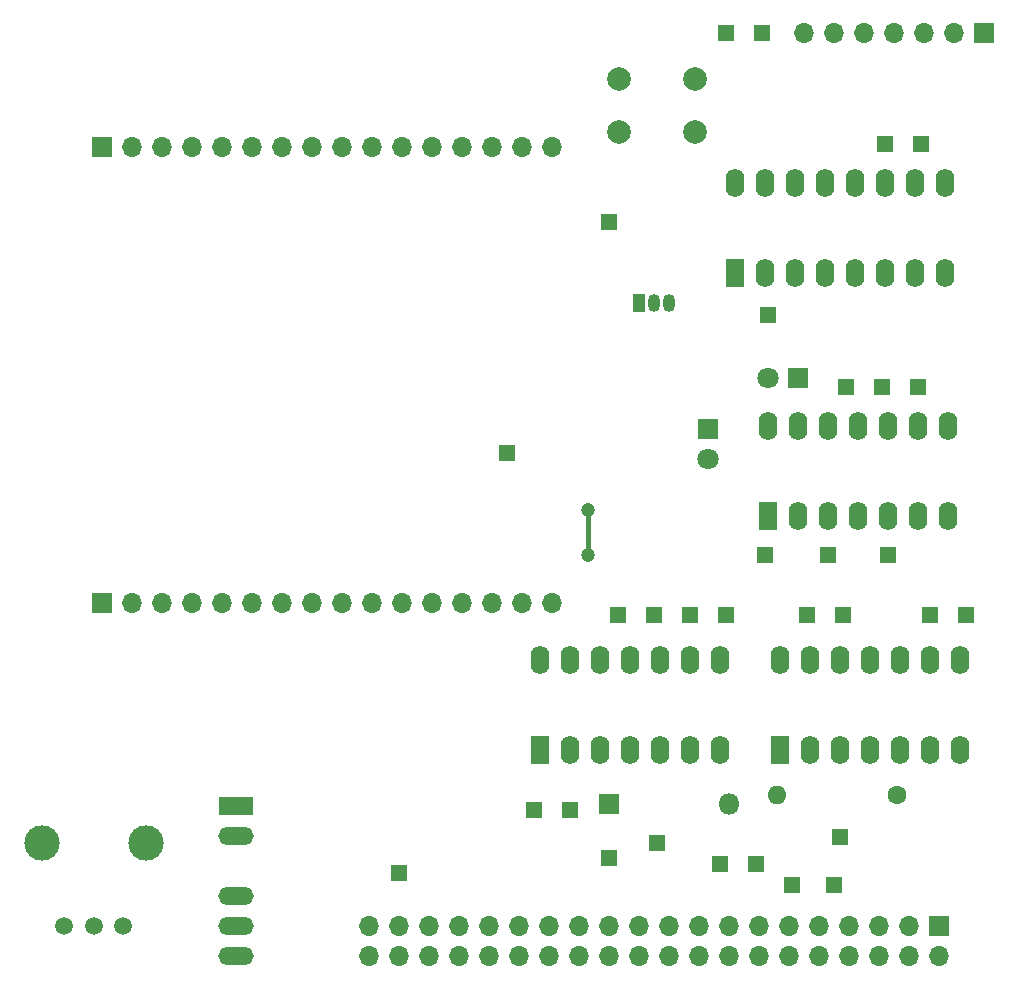
<source format=gbr>
%TF.GenerationSoftware,KiCad,Pcbnew,7.0.10-7.0.10~ubuntu20.04.1*%
%TF.CreationDate,2024-01-09T21:32:10+01:00*%
%TF.ProjectId,Unicomp_LCD_Board,556e6963-6f6d-4705-9f4c-43445f426f61,rev?*%
%TF.SameCoordinates,Original*%
%TF.FileFunction,Copper,L1,Top*%
%TF.FilePolarity,Positive*%
%FSLAX46Y46*%
G04 Gerber Fmt 4.6, Leading zero omitted, Abs format (unit mm)*
G04 Created by KiCad (PCBNEW 7.0.10-7.0.10~ubuntu20.04.1) date 2024-01-09 21:32:10*
%MOMM*%
%LPD*%
G01*
G04 APERTURE LIST*
%TA.AperFunction,ComponentPad*%
%ADD10R,1.700000X1.700000*%
%TD*%
%TA.AperFunction,ComponentPad*%
%ADD11O,1.700000X1.700000*%
%TD*%
%TA.AperFunction,ComponentPad*%
%ADD12R,1.350000X1.350000*%
%TD*%
%TA.AperFunction,ComponentPad*%
%ADD13C,1.600000*%
%TD*%
%TA.AperFunction,ComponentPad*%
%ADD14O,1.600000X1.600000*%
%TD*%
%TA.AperFunction,ComponentPad*%
%ADD15R,1.600000X2.400000*%
%TD*%
%TA.AperFunction,ComponentPad*%
%ADD16O,1.600000X2.400000*%
%TD*%
%TA.AperFunction,ComponentPad*%
%ADD17R,1.800000X1.800000*%
%TD*%
%TA.AperFunction,ComponentPad*%
%ADD18C,1.800000*%
%TD*%
%TA.AperFunction,ComponentPad*%
%ADD19R,3.000000X1.500000*%
%TD*%
%TA.AperFunction,ComponentPad*%
%ADD20O,3.000000X1.500000*%
%TD*%
%TA.AperFunction,ComponentPad*%
%ADD21C,3.000000*%
%TD*%
%TA.AperFunction,ComponentPad*%
%ADD22C,1.500000*%
%TD*%
%TA.AperFunction,ComponentPad*%
%ADD23C,2.000000*%
%TD*%
%TA.AperFunction,ComponentPad*%
%ADD24R,1.050000X1.500000*%
%TD*%
%TA.AperFunction,ComponentPad*%
%ADD25O,1.050000X1.500000*%
%TD*%
%TA.AperFunction,ComponentPad*%
%ADD26O,1.800000X1.800000*%
%TD*%
%TA.AperFunction,ViaPad*%
%ADD27C,1.200000*%
%TD*%
%TA.AperFunction,Conductor*%
%ADD28C,0.400000*%
%TD*%
G04 APERTURE END LIST*
D10*
%TO.P,U7,1,VSS*%
%TO.N,GND*%
X79756000Y-72644000D03*
D11*
%TO.P,U7,2,VDD*%
%TO.N,/VLDC*%
X82296000Y-72644000D03*
%TO.P,U7,3,VO*%
%TO.N,/LCD_Vo*%
X84836000Y-72644000D03*
%TO.P,U7,4,RS*%
%TO.N,/A0*%
X87376000Y-72644000D03*
%TO.P,U7,5,R/W*%
%TO.N,/R{slash}~{W}_e*%
X89916000Y-72644000D03*
%TO.P,U7,6,E*%
%TO.N,/~{LCDE}*%
X92456000Y-72644000D03*
%TO.P,U7,7,DB0*%
%TO.N,/D0*%
X94996000Y-72644000D03*
%TO.P,U7,8,DB1*%
%TO.N,/D1*%
X97536000Y-72644000D03*
%TO.P,U7,9,DB2*%
%TO.N,/D2*%
X100076000Y-72644000D03*
%TO.P,U7,10,DB3*%
%TO.N,/D3*%
X102616000Y-72644000D03*
%TO.P,U7,11,DB4*%
%TO.N,/D4*%
X105156000Y-72644000D03*
%TO.P,U7,12,DB5*%
%TO.N,/D5*%
X107696000Y-72644000D03*
%TO.P,U7,13,DB6*%
%TO.N,/D6*%
X110236000Y-72644000D03*
%TO.P,U7,14,DB7*%
%TO.N,/D7*%
X112776000Y-72644000D03*
%TO.P,U7,15,A*%
%TO.N,GND*%
X115316000Y-72644000D03*
%TO.P,U7,16,K*%
%TO.N,Net-(U1-K)*%
X117856000Y-72644000D03*
%TD*%
D12*
%TO.P,J9,1,Pin_1*%
%TO.N,Net-(J9-Pin_1)*%
X132588000Y-73660000D03*
%TD*%
%TO.P,J30,1,Pin_1*%
%TO.N,Net-(J30-Pin_1)*%
X132588000Y-24384000D03*
%TD*%
%TO.P,J2,1,Pin_1*%
%TO.N,Net-(J2-Pin_1)*%
X142240000Y-92456000D03*
%TD*%
%TO.P,J14,1,Pin_1*%
%TO.N,/A11*%
X138176000Y-96520000D03*
%TD*%
%TO.P,J12,1,Pin_1*%
%TO.N,Net-(J12-Pin_1)*%
X149860000Y-73660000D03*
%TD*%
%TO.P,J16,1,Pin_1*%
%TO.N,/A9*%
X132080000Y-94742000D03*
%TD*%
%TO.P,J28,1,Pin_1*%
%TO.N,Net-(J28-Pin_1)*%
X136144000Y-48260000D03*
%TD*%
D13*
%TO.P,R1,1*%
%TO.N,Net-(R1-Pad1)*%
X147066000Y-88900000D03*
D14*
%TO.P,R1,2*%
%TO.N,Net-(D1-A)*%
X136906000Y-88900000D03*
%TD*%
D12*
%TO.P,J23,1,Pin_1*%
%TO.N,Net-(J23-Pin_1)*%
X139446000Y-73660000D03*
%TD*%
%TO.P,J31,1,Pin_1*%
%TO.N,Net-(J31-Pin_1)*%
X135636000Y-24384000D03*
%TD*%
D10*
%TO.P,J1,1,Pin_1*%
%TO.N,GND*%
X150600000Y-100000000D03*
D11*
%TO.P,J1,2,Pin_2*%
X150600000Y-102540000D03*
%TO.P,J1,3,Pin_3*%
%TO.N,/A19*%
X148060000Y-100000000D03*
%TO.P,J1,4,Pin_4*%
%TO.N,/A18*%
X148060000Y-102540000D03*
%TO.P,J1,5,Pin_5*%
%TO.N,/A17*%
X145520000Y-100000000D03*
%TO.P,J1,6,Pin_6*%
%TO.N,/A16*%
X145520000Y-102540000D03*
%TO.P,J1,7,Pin_7*%
%TO.N,/A15*%
X142980000Y-100000000D03*
%TO.P,J1,8,Pin_8*%
%TO.N,/A14*%
X142980000Y-102540000D03*
%TO.P,J1,9,Pin_9*%
%TO.N,/A13*%
X140440000Y-100000000D03*
%TO.P,J1,10,Pin_10*%
%TO.N,/A12*%
X140440000Y-102540000D03*
%TO.P,J1,11,Pin_11*%
%TO.N,/A11*%
X137900000Y-100000000D03*
%TO.P,J1,12,Pin_12*%
%TO.N,/A10*%
X137900000Y-102540000D03*
%TO.P,J1,13,Pin_13*%
%TO.N,/A9*%
X135360000Y-100000000D03*
%TO.P,J1,14,Pin_14*%
%TO.N,/A8*%
X135360000Y-102540000D03*
%TO.P,J1,15,Pin_15*%
%TO.N,/A7*%
X132820000Y-100000000D03*
%TO.P,J1,16,Pin_16*%
%TO.N,/A6*%
X132820000Y-102540000D03*
%TO.P,J1,17,Pin_17*%
%TO.N,/A5*%
X130280000Y-100000000D03*
%TO.P,J1,18,Pin_18*%
%TO.N,/A4*%
X130280000Y-102540000D03*
%TO.P,J1,19,Pin_19*%
%TO.N,/A3*%
X127740000Y-100000000D03*
%TO.P,J1,20,Pin_20*%
%TO.N,/A2*%
X127740000Y-102540000D03*
%TO.P,J1,21,Pin_21*%
%TO.N,/A1*%
X125200000Y-100000000D03*
%TO.P,J1,22,Pin_22*%
%TO.N,/A0*%
X125200000Y-102540000D03*
%TO.P,J1,23,Pin_23*%
%TO.N,/~{RST}*%
X122660000Y-100000000D03*
%TO.P,J1,24,Pin_24*%
%TO.N,/D7*%
X122660000Y-102540000D03*
%TO.P,J1,25,Pin_25*%
%TO.N,/D6*%
X120120000Y-100000000D03*
%TO.P,J1,26,Pin_26*%
%TO.N,/D5*%
X120120000Y-102540000D03*
%TO.P,J1,27,Pin_27*%
%TO.N,/D4*%
X117580000Y-100000000D03*
%TO.P,J1,28,Pin_28*%
%TO.N,/D3*%
X117580000Y-102540000D03*
%TO.P,J1,29,Pin_29*%
%TO.N,/D2*%
X115040000Y-100000000D03*
%TO.P,J1,30,Pin_30*%
%TO.N,/D1*%
X115040000Y-102540000D03*
%TO.P,J1,31,Pin_31*%
%TO.N,/D0*%
X112500000Y-100000000D03*
%TO.P,J1,32,Pin_32*%
%TO.N,/~{IOWR}*%
X112500000Y-102540000D03*
%TO.P,J1,33,Pin_33*%
%TO.N,/~{MWR}*%
X109960000Y-100000000D03*
%TO.P,J1,34,Pin_34*%
%TO.N,/~{MRD}*%
X109960000Y-102540000D03*
%TO.P,J1,35,Pin_35*%
%TO.N,/R{slash}~{W}_e*%
X107420000Y-100000000D03*
%TO.P,J1,36,Pin_36*%
%TO.N,/~{IORD}*%
X107420000Y-102540000D03*
%TO.P,J1,37,Pin_37*%
%TO.N,/PHI2_e*%
X104880000Y-100000000D03*
%TO.P,J1,38,Pin_38*%
%TO.N,/PHI1_e*%
X104880000Y-102540000D03*
%TO.P,J1,39,Pin_39*%
%TO.N,+5V*%
X102340000Y-100000000D03*
%TO.P,J1,40,Pin_40*%
X102340000Y-102540000D03*
%TD*%
D12*
%TO.P,J7,1,Pin_1*%
%TO.N,Net-(J7-Pin_1)*%
X145796000Y-54356000D03*
%TD*%
%TO.P,J3,1,Pin_1*%
%TO.N,Net-(J3-Pin_1)*%
X126746000Y-92964000D03*
%TD*%
D15*
%TO.P,U3,1*%
%TO.N,Net-(J5-Pin_1)*%
X116840000Y-85090000D03*
D16*
%TO.P,U3,2*%
%TO.N,Net-(J3-Pin_1)*%
X119380000Y-85090000D03*
%TO.P,U3,3*%
%TO.N,/~{LCDE}*%
X121920000Y-85090000D03*
%TO.P,U3,4*%
%TO.N,Net-(J3-Pin_1)*%
X124460000Y-85090000D03*
%TO.P,U3,5*%
%TO.N,/A13*%
X127000000Y-85090000D03*
%TO.P,U3,6*%
%TO.N,Net-(D1-A)*%
X129540000Y-85090000D03*
%TO.P,U3,7,VSS*%
%TO.N,GND*%
X132080000Y-85090000D03*
%TO.P,U3,8*%
%TO.N,Net-(J9-Pin_1)*%
X132080000Y-77470000D03*
%TO.P,U3,9*%
%TO.N,Net-(J13-Pin_1)*%
X129540000Y-77470000D03*
%TO.P,U3,10*%
%TO.N,Net-(J19-Pin_1)*%
X127000000Y-77470000D03*
%TO.P,U3,11*%
%TO.N,Net-(J25-Pin_1)*%
X124460000Y-77470000D03*
%TO.P,U3,12*%
%TO.N,Net-(U2-Pad10)*%
X121920000Y-77470000D03*
%TO.P,U3,13*%
%TO.N,Net-(U2-Pad11)*%
X119380000Y-77470000D03*
%TO.P,U3,14,VDD*%
%TO.N,+5V*%
X116840000Y-77470000D03*
%TD*%
D15*
%TO.P,U2,1*%
%TO.N,/A14*%
X137155000Y-85080000D03*
D16*
%TO.P,U2,2*%
%TO.N,Net-(D1-A)*%
X139695000Y-85080000D03*
%TO.P,U2,3*%
%TO.N,Net-(J2-Pin_1)*%
X142235000Y-85080000D03*
%TO.P,U2,4*%
%TO.N,Net-(R1-Pad1)*%
X144775000Y-85080000D03*
%TO.P,U2,5*%
%TO.N,/A15*%
X147315000Y-85080000D03*
%TO.P,U2,6*%
X149855000Y-85080000D03*
%TO.P,U2,7,VSS*%
%TO.N,GND*%
X152395000Y-85080000D03*
%TO.P,U2,8*%
%TO.N,Net-(J22-Pin_1)*%
X152395000Y-77460000D03*
%TO.P,U2,9*%
%TO.N,Net-(J12-Pin_1)*%
X149855000Y-77460000D03*
%TO.P,U2,10*%
%TO.N,Net-(U2-Pad10)*%
X147315000Y-77460000D03*
%TO.P,U2,11*%
%TO.N,Net-(U2-Pad11)*%
X144775000Y-77460000D03*
%TO.P,U2,12*%
%TO.N,Net-(J15-Pin_1)*%
X142235000Y-77460000D03*
%TO.P,U2,13*%
%TO.N,Net-(J23-Pin_1)*%
X139695000Y-77460000D03*
%TO.P,U2,14,VDD*%
%TO.N,+5V*%
X137155000Y-77460000D03*
%TD*%
D12*
%TO.P,J25,1,Pin_1*%
%TO.N,Net-(J25-Pin_1)*%
X123444000Y-73660000D03*
%TD*%
%TO.P,J21,1,Pin_1*%
%TO.N,Net-(J21-Pin_1)*%
X142748000Y-54356000D03*
%TD*%
D17*
%TO.P,D2,1,K*%
%TO.N,GND*%
X131064000Y-57912000D03*
D18*
%TO.P,D2,2,A*%
%TO.N,Net-(D2-A)*%
X131064000Y-60452000D03*
%TD*%
D19*
%TO.P,U4,1,+Vin*%
%TO.N,+5V*%
X91072250Y-89775750D03*
D20*
%TO.P,U4,2,-Vin*%
%TO.N,GND*%
X91072250Y-92315750D03*
%TO.P,U4,4,-Vout*%
%TO.N,Net-(U4--Vout)*%
X91072250Y-97395750D03*
%TO.P,U4,5*%
%TO.N,unconnected-(U4-Pad5)*%
X91072250Y-99935750D03*
%TO.P,U4,6,+Vout*%
%TO.N,GND*%
X91072250Y-102475750D03*
%TD*%
D12*
%TO.P,J24,1,Pin_1*%
%TO.N,Net-(J24-Pin_1)*%
X135890000Y-68580000D03*
%TD*%
%TO.P,J33,1,Pin_1*%
%TO.N,Net-(D4-A)*%
X122682000Y-40386000D03*
%TD*%
%TO.P,J29,1,Pin_1*%
%TO.N,/~{RST}*%
X122682000Y-94234000D03*
%TD*%
%TO.P,J6,1,Pin_1*%
%TO.N,/PHI2_e*%
X104902000Y-95504000D03*
%TD*%
%TO.P,J18,1,Pin_1*%
%TO.N,Net-(J18-Pin_1)*%
X146304000Y-68580000D03*
%TD*%
%TO.P,J13,1,Pin_1*%
%TO.N,Net-(J13-Pin_1)*%
X129540000Y-73660000D03*
%TD*%
%TO.P,J27,1,Pin_1*%
%TO.N,Net-(J27-Pin_1)*%
X146050000Y-33782000D03*
%TD*%
D17*
%TO.P,D3,1,K*%
%TO.N,Net-(D3-K)*%
X138684000Y-53594000D03*
D18*
%TO.P,D3,2,A*%
%TO.N,Net-(D3-A)*%
X136144000Y-53594000D03*
%TD*%
D12*
%TO.P,J20,1,Pin_1*%
%TO.N,Net-(J20-Pin_1)*%
X141224000Y-68580000D03*
%TD*%
D15*
%TO.P,U5,1,Q*%
%TO.N,Net-(J24-Pin_1)*%
X136144000Y-65278000D03*
D16*
%TO.P,U5,2,~{Q}*%
%TO.N,Net-(U5A-~{Q})*%
X138684000Y-65278000D03*
%TO.P,U5,3,C*%
%TO.N,Net-(J20-Pin_1)*%
X141224000Y-65278000D03*
%TO.P,U5,4,R*%
%TO.N,GND*%
X143764000Y-65278000D03*
%TO.P,U5,5,D*%
%TO.N,Net-(J18-Pin_1)*%
X146304000Y-65278000D03*
%TO.P,U5,6,S*%
%TO.N,GND*%
X148844000Y-65278000D03*
%TO.P,U5,7,VSS*%
X151384000Y-65278000D03*
%TO.P,U5,8,S*%
X151384000Y-57658000D03*
%TO.P,U5,9,D*%
%TO.N,Net-(J8-Pin_1)*%
X148844000Y-57658000D03*
%TO.P,U5,10,R*%
%TO.N,Net-(J7-Pin_1)*%
X146304000Y-57658000D03*
%TO.P,U5,11,C*%
%TO.N,Net-(J21-Pin_1)*%
X143764000Y-57658000D03*
%TO.P,U5,12,~{Q}*%
%TO.N,Net-(D4-K)*%
X141224000Y-57658000D03*
%TO.P,U5,13,Q*%
%TO.N,Net-(D3-K)*%
X138684000Y-57658000D03*
%TO.P,U5,14,VDD*%
%TO.N,+5V*%
X136144000Y-57658000D03*
%TD*%
D21*
%TO.P,RV2,1,1*%
%TO.N,+5V*%
X74676000Y-92964000D03*
D22*
X76576000Y-99964000D03*
D21*
X83476000Y-92964000D03*
D22*
%TO.P,RV2,2,2*%
%TO.N,Net-(C3-Pad1)*%
X79076000Y-99964000D03*
%TO.P,RV2,3,3*%
%TO.N,Net-(U4--Vout)*%
X81576000Y-99964000D03*
%TD*%
D12*
%TO.P,J17,1,Pin_1*%
%TO.N,/A10*%
X135128000Y-94742000D03*
%TD*%
D10*
%TO.P,U1,1,VSS*%
%TO.N,GND*%
X79756000Y-34036000D03*
D11*
%TO.P,U1,2,VDD*%
%TO.N,/VLDC*%
X82296000Y-34036000D03*
%TO.P,U1,3,VO*%
%TO.N,/LCD_Vo*%
X84836000Y-34036000D03*
%TO.P,U1,4,RS*%
%TO.N,/A0*%
X87376000Y-34036000D03*
%TO.P,U1,5,R/W*%
%TO.N,/R{slash}~{W}_e*%
X89916000Y-34036000D03*
%TO.P,U1,6,E*%
%TO.N,/~{LCDE}*%
X92456000Y-34036000D03*
%TO.P,U1,7,DB0*%
%TO.N,/D0*%
X94996000Y-34036000D03*
%TO.P,U1,8,DB1*%
%TO.N,/D1*%
X97536000Y-34036000D03*
%TO.P,U1,9,DB2*%
%TO.N,/D2*%
X100076000Y-34036000D03*
%TO.P,U1,10,DB3*%
%TO.N,/D3*%
X102616000Y-34036000D03*
%TO.P,U1,11,DB4*%
%TO.N,/D4*%
X105156000Y-34036000D03*
%TO.P,U1,12,DB5*%
%TO.N,/D5*%
X107696000Y-34036000D03*
%TO.P,U1,13,DB6*%
%TO.N,/D6*%
X110236000Y-34036000D03*
%TO.P,U1,14,DB7*%
%TO.N,/D7*%
X112776000Y-34036000D03*
%TO.P,U1,15,A*%
%TO.N,GND*%
X115316000Y-34036000D03*
%TO.P,U1,16,K*%
%TO.N,Net-(U1-K)*%
X117856000Y-34036000D03*
%TD*%
D15*
%TO.P,U6,1,Q11*%
%TO.N,Net-(U6-Q11)*%
X133350000Y-44704000D03*
D16*
%TO.P,U6,2,Q5*%
%TO.N,Net-(U6-Q5)*%
X135890000Y-44704000D03*
%TO.P,U6,3,Q4*%
%TO.N,Net-(U6-Q4)*%
X138430000Y-44704000D03*
%TO.P,U6,4,Q6*%
%TO.N,Net-(U6-Q6)*%
X140970000Y-44704000D03*
%TO.P,U6,5,Q3*%
%TO.N,Net-(U6-Q3)*%
X143510000Y-44704000D03*
%TO.P,U6,6,Q2*%
%TO.N,Net-(U6-Q2)*%
X146050000Y-44704000D03*
%TO.P,U6,7,Q1*%
%TO.N,Net-(U6-Q1)*%
X148590000Y-44704000D03*
%TO.P,U6,8,VSS*%
%TO.N,GND*%
X151130000Y-44704000D03*
%TO.P,U6,9,Q0*%
%TO.N,Net-(U6-Q0)*%
X151130000Y-37084000D03*
%TO.P,U6,10,CLK*%
%TO.N,Net-(J26-Pin_1)*%
X148590000Y-37084000D03*
%TO.P,U6,11,Reset*%
%TO.N,Net-(J27-Pin_1)*%
X146050000Y-37084000D03*
%TO.P,U6,12,Q8*%
%TO.N,unconnected-(U6-Q8-Pad12)*%
X143510000Y-37084000D03*
%TO.P,U6,13,Q7*%
%TO.N,unconnected-(U6-Q7-Pad13)*%
X140970000Y-37084000D03*
%TO.P,U6,14,Q9*%
%TO.N,unconnected-(U6-Q9-Pad14)*%
X138430000Y-37084000D03*
%TO.P,U6,15,Q10*%
%TO.N,unconnected-(U6-Q10-Pad15)*%
X135890000Y-37084000D03*
%TO.P,U6,16,VDD*%
%TO.N,+5V*%
X133350000Y-37084000D03*
%TD*%
D12*
%TO.P,J4,1,Pin_1*%
%TO.N,Net-(J3-Pin_1)*%
X119380000Y-90170000D03*
%TD*%
D23*
%TO.P,SW1,1,1*%
%TO.N,Net-(J30-Pin_1)*%
X123496000Y-28230000D03*
X129996000Y-28230000D03*
%TO.P,SW1,2,2*%
%TO.N,+5V*%
X123496000Y-32730000D03*
X129996000Y-32730000D03*
%TD*%
D12*
%TO.P,J26,1,Pin_1*%
%TO.N,Net-(J26-Pin_1)*%
X149098000Y-33782000D03*
%TD*%
D24*
%TO.P,Q1,1,C*%
%TO.N,/VLDC*%
X125222000Y-47244000D03*
D25*
%TO.P,Q1,2,B*%
%TO.N,Net-(Q1-B)*%
X126492000Y-47244000D03*
%TO.P,Q1,3,E*%
%TO.N,+5V*%
X127762000Y-47244000D03*
%TD*%
D12*
%TO.P,J19,1,Pin_1*%
%TO.N,Net-(J19-Pin_1)*%
X126492000Y-73660000D03*
%TD*%
D17*
%TO.P,D1,1,K*%
%TO.N,/~{RST}*%
X122682000Y-89662000D03*
D26*
%TO.P,D1,2,A*%
%TO.N,Net-(D1-A)*%
X132842000Y-89662000D03*
%TD*%
D12*
%TO.P,J5,1,Pin_1*%
%TO.N,Net-(J5-Pin_1)*%
X116332000Y-90170000D03*
%TD*%
%TO.P,J10,1,Pin_1*%
%TO.N,/~{LCDE}*%
X114046000Y-59944000D03*
%TD*%
%TO.P,J22,1,Pin_1*%
%TO.N,Net-(J22-Pin_1)*%
X152908000Y-73660000D03*
%TD*%
%TO.P,J15,1,Pin_1*%
%TO.N,Net-(J15-Pin_1)*%
X142494000Y-73660000D03*
%TD*%
%TO.P,J11,1,Pin_1*%
%TO.N,/A12*%
X141732000Y-96520000D03*
%TD*%
D10*
%TO.P,J32,1,Pin_1*%
%TO.N,Net-(J32-Pin_1)*%
X154432000Y-24384000D03*
D11*
%TO.P,J32,2,Pin_2*%
%TO.N,Net-(J32-Pin_2)*%
X151892000Y-24384000D03*
%TO.P,J32,3,Pin_3*%
%TO.N,Net-(J32-Pin_3)*%
X149352000Y-24384000D03*
%TO.P,J32,4,Pin_4*%
%TO.N,Net-(J32-Pin_4)*%
X146812000Y-24384000D03*
%TO.P,J32,5,Pin_5*%
%TO.N,Net-(J32-Pin_5)*%
X144272000Y-24384000D03*
%TO.P,J32,6,Pin_6*%
%TO.N,Net-(J32-Pin_6)*%
X141732000Y-24384000D03*
%TO.P,J32,7,Pin_7*%
%TO.N,Net-(J32-Pin_7)*%
X139192000Y-24384000D03*
%TD*%
D12*
%TO.P,J8,1,Pin_1*%
%TO.N,Net-(J8-Pin_1)*%
X148844000Y-54356000D03*
%TD*%
D27*
%TO.N,+5V*%
X120904000Y-68580000D03*
X120904000Y-64770002D03*
%TD*%
D28*
%TO.N,+5V*%
X120904000Y-68580000D02*
X120904000Y-64770002D01*
%TD*%
M02*

</source>
